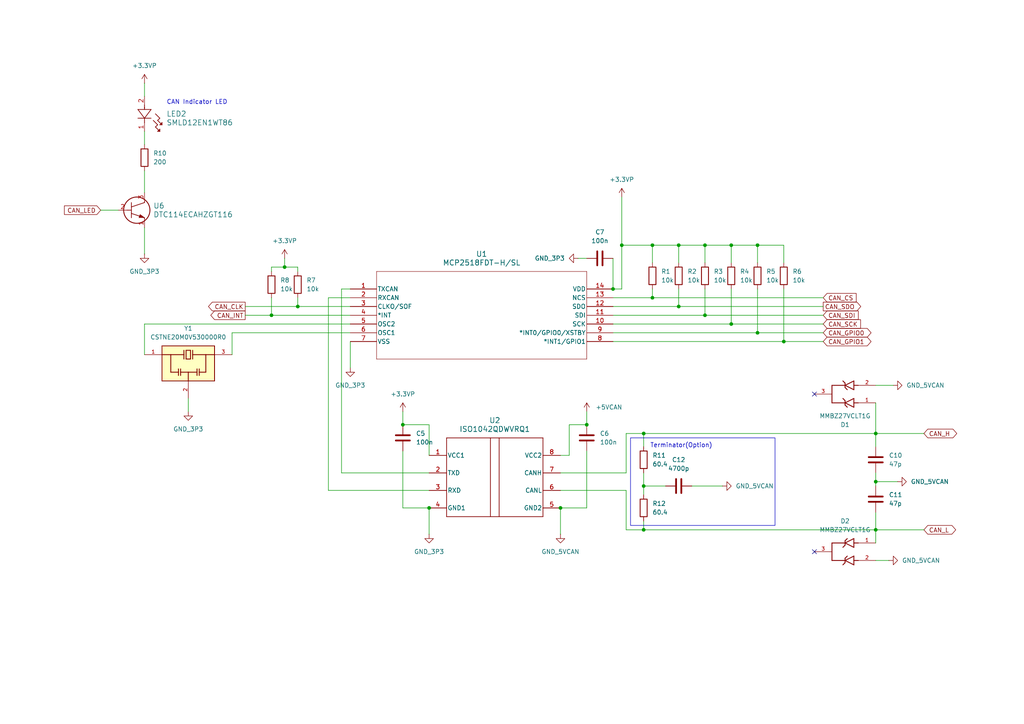
<source format=kicad_sch>
(kicad_sch (version 20250114) (generator "eeschema") (generator_version "9.0")
  (paper "A4")
  (title_block (title "CAN Isolation_Power Board") (date "2025-09-09") (rev "Ver.1.0") (company "ISHI-Kai"))
  (lib_symbols
    (symbol "CSTNE20M0V530000R0:CSTNE20M0V530000R0" (pin_names (offset 1.016))
      (property "Reference" "Y" (at -7.62 6.35 0))
      (property "Value" "CSTNE20M0V530000R0" (at 1.27 -6.35 0))
      (symbol "CSTNE20M0V530000R0_0_0"
        (polyline (pts (xy -7.62 2.54) (xy -5.08 2.54)) (stroke (width 0.254)))
        (rectangle (start -7.62 -5.08) (end 7.62 5.08) (stroke (width 0.254)) (fill (type background)))
        (polyline (pts (xy -5.08 2.54) (xy -1.27 2.54)) (stroke (width 0.254)))
        (polyline (pts (xy -5.08 -2.54) (xy -5.08 2.54)) (stroke (width 0.254)))
        (polyline (pts (xy -2.8575 -1.5875) (xy -2.8575 -2.54)) (stroke (width 0.254)))
        (polyline (pts (xy -2.8575 -2.54) (xy -5.08 -2.54)) (stroke (width 0.254)))
        (polyline (pts (xy -2.8575 -2.54) (xy -2.8575 -3.4925)) (stroke (width 0.254)))
        (polyline (pts (xy -2.2225 -1.5875) (xy -2.2225 -2.54)) (stroke (width 0.254)))
        (polyline (pts (xy -2.2225 -2.54) (xy -2.2225 -3.4925)) (stroke (width 0.254)))
        (polyline (pts (xy -1.27 3.81) (xy -1.27 2.54)) (stroke (width 0.254)))
        (polyline (pts (xy -1.27 2.54) (xy -1.27 1.27)) (stroke (width 0.254)))
        (polyline (pts (xy -0.635 3.81) (xy 0.635 3.81)) (stroke (width 0.254)))
        (polyline (pts (xy -0.635 1.27) (xy -0.635 3.81)) (stroke (width 0.254)))
        (polyline (pts (xy 0 -2.54) (xy -2.2225 -2.54)) (stroke (width 0.254)))
        (polyline (pts (xy 0 -2.54) (xy 2.54 -2.54)) (stroke (width 0.254)))
        (polyline (pts (xy 0 -5.08) (xy 0 -2.54)) (stroke (width 0.254)))
        (polyline (pts (xy 0.635 3.81) (xy 0.635 1.27)) (stroke (width 0.254)))
        (polyline (pts (xy 0.635 1.27) (xy -0.635 1.27)) (stroke (width 0.254)))
        (polyline (pts (xy 1.27 3.81) (xy 1.27 2.54)) (stroke (width 0.254)))
        (polyline (pts (xy 1.27 2.54) (xy 1.27 1.27)) (stroke (width 0.254)))
        (polyline (pts (xy 1.27 2.54) (xy 5.08 2.54)) (stroke (width 0.254)))
        (polyline (pts (xy 2.54 -1.5875) (xy 2.54 -2.54)) (stroke (width 0.254)))
        (polyline (pts (xy 2.54 -2.54) (xy 2.54 -3.4925)) (stroke (width 0.254)))
        (polyline (pts (xy 3.175 -1.5875) (xy 3.175 -2.54)) (stroke (width 0.254)))
        (polyline (pts (xy 3.175 -2.54) (xy 3.175 -3.4925)) (stroke (width 0.254)))
        (polyline (pts (xy 3.175 -2.54) (xy 5.08 -2.54)) (stroke (width 0.254)))
        (polyline (pts (xy 5.08 2.54) (xy 7.62 2.54)) (stroke (width 0.254)))
        (polyline (pts (xy 5.08 -2.54) (xy 5.08 2.54)) (stroke (width 0.254)))
        (pin input line (at -12.7 2.54 0) (length 5.08) (name "~") (number "1"))
        (pin power_in line (at 0 -10.16 90) (length 5.08) (name "~") (number "2"))
        (pin output line (at 12.7 2.54 180) (length 5.08) (name "~") (number "3"))
      )
    )
    (symbol "DTC114ECAHZGT116:DTC114ECAHZGT116" (pin_names (offset 0.254))
      (property "Reference" "R13" (at 10.16 1.2701 0))
      (property "Value" "DTC114ECAHZGT116" (at 10.16 -1.2699 0))
      (symbol "DTC114ECAHZGT116_0_1"
        (polyline (pts (xy 2.54 0) (xy 3.81 0)) (stroke (width 0.2032)))
        (polyline (pts (xy 3.81 0.9398) (xy 7.62 2.2098)) (stroke (width 0.2032)))
        (polyline (pts (xy 3.81 -0.9398) (xy 7.62 -2.2098)) (stroke (width 0.2032)))
        (polyline (pts (xy 3.81 -2.2098) (xy 3.81 2.2098)) (stroke (width 0.2032)))
        (circle (center 5.3848 0) (radius 3.81) (stroke (width 0.254)))
        (polyline (pts (xy 6.0198 -2.2098) (xy 6.35 -1.27) (xy 7.62 -2.2098)) (fill (type outline)))
        (polyline (pts (xy 7.62 2.2098) (xy 7.62 2.54)) (stroke (width 0.2032)))
        (polyline (pts (xy 7.62 -2.54) (xy 7.62 -2.2098)) (stroke (width 0.2032)))
        (pin unspecified line (at 7.62 5.08 270) (length 2.54) (name "") (number "3"))
      )
      (symbol "DTC114ECAHZGT116_1_1"
        (pin unspecified line (at 0 0 0) (length 2.54) (name "") (number "2"))
        (pin unspecified line (at 7.62 -5.08 90) (length 2.54) (name "") (number "1"))
      )
    )
    (symbol "Device:C" (pin_numbers (hide yes)) (pin_names (offset 0.254))
      (property "Reference" "C" (at 0.635 2.54 0))
      (property "Value" "C" (at 0.635 -2.54 0))
      (symbol "C_0_1"
        (polyline (pts (xy -2.032 0.762) (xy 2.032 0.762)) (stroke (width 0.508)))
        (polyline (pts (xy -2.032 -0.762) (xy 2.032 -0.762)) (stroke (width 0.508)))
      )
      (symbol "C_1_1"
        (pin passive line (at 0 3.81 270) (length 2.794) (name "~") (number "1"))
        (pin passive line (at 0 -3.81 90) (length 2.794) (name "~") (number "2"))
      )
    )
    (symbol "Device:R" (pin_numbers (hide yes)) (pin_names (offset 0))
      (property "Reference" "R" (at 2.032 0 90))
      (property "Value" "R" (at 0 0 90))
      (symbol "R_0_1"
        (rectangle (start -1.016 -2.54) (end 1.016 2.54) (stroke (width 0.254)))
      )
      (symbol "R_1_1"
        (pin passive line (at 0 3.81 270) (length 1.27) (name "~") (number "1"))
        (pin passive line (at 0 -3.81 90) (length 1.27) (name "~") (number "2"))
      )
    )
    (symbol "ISO1042QDWVRQ1:ISO1042QDWVRQ1" (pin_names (offset 0.254))
      (property "Reference" "U" (at 0 2.54 0))
      (property "Value" "ISO1042QDWVRQ1" (at 0 0 0))
      (symbol "ISO1042QDWVRQ1_0_1"
        (polyline (pts (xy 5.08 5.08) (xy 5.08 -17.78)) (stroke (width 0.2032)))
        (polyline (pts (xy 5.08 -17.78) (xy 33.02 -17.78)) (stroke (width 0.2032)))
        (polyline (pts (xy 17.78 5.08) (xy 17.78 -17.78)) (stroke (width 0.2032)))
        (polyline (pts (xy 20.32 5.08) (xy 20.32 -17.78)) (stroke (width 0.2032)))
        (polyline (pts (xy 33.02 5.08) (xy 5.08 5.08)) (stroke (width 0.2032)))
        (polyline (pts (xy 33.02 -17.78) (xy 33.02 5.08)) (stroke (width 0.2032)))
        (pin power_in line (at 0 0 0) (length 5.08) (name "VCC1") (number "1"))
        (pin input line (at 0 -5.08 0) (length 5.08) (name "TXD") (number "2"))
        (pin output line (at 0 -10.16 0) (length 5.08) (name "RXD") (number "3"))
        (pin power_in line (at 0 -15.24 0) (length 5.08) (name "GND1") (number "4"))
        (pin power_in line (at 38.1 0 180) (length 5.08) (name "VCC2") (number "8"))
        (pin bidirectional line (at 38.1 -5.08 180) (length 5.08) (name "CANH") (number "7"))
        (pin bidirectional line (at 38.1 -10.16 180) (length 5.08) (name "CANL") (number "6"))
        (pin power_in line (at 38.1 -15.24 180) (length 5.08) (name "GND2") (number "5"))
      )
    )
    (symbol "MCP2518FDT_H_SL:MCP2518FDT-H_SL" (pin_names (offset 0.254))
      (property "Reference" "U" (at 38.1 10.16 0))
      (property "Value" "MCP2518FDT-H/SL" (at 38.1 7.62 0))
      (symbol "MCP2518FDT-H_SL_0_1"
        (polyline (pts (xy 7.62 5.08) (xy 7.62 -20.32)) (stroke (width 0.127)))
        (polyline (pts (xy 7.62 -20.32) (xy 68.58 -20.32)) (stroke (width 0.127)))
        (polyline (pts (xy 68.58 5.08) (xy 7.62 5.08)) (stroke (width 0.127)))
        (polyline (pts (xy 68.58 -20.32) (xy 68.58 5.08)) (stroke (width 0.127)))
        (pin output line (at 0 0 0) (length 7.62) (name "TXCAN") (number "1"))
        (pin input line (at 0 -2.54 0) (length 7.62) (name "RXCAN") (number "2"))
        (pin output line (at 0 -5.08 0) (length 7.62) (name "CLKO/SOF") (number "3"))
        (pin output line (at 0 -7.62 0) (length 7.62) (name "*INT") (number "4"))
        (pin output line (at 0 -10.16 0) (length 7.62) (name "OSC2") (number "5"))
        (pin input line (at 0 -12.7 0) (length 7.62) (name "OSC1") (number "6"))
        (pin power_out line (at 0 -15.24 0) (length 7.62) (name "VSS") (number "7"))
        (pin power_in line (at 76.2 0 180) (length 7.62) (name "VDD") (number "14"))
        (pin input line (at 76.2 -2.54 180) (length 7.62) (name "NCS") (number "13"))
        (pin output line (at 76.2 -5.08 180) (length 7.62) (name "SDO") (number "12"))
        (pin input line (at 76.2 -7.62 180) (length 7.62) (name "SDI") (number "11"))
        (pin input line (at 76.2 -10.16 180) (length 7.62) (name "SCK") (number "10"))
        (pin bidirectional line (at 76.2 -12.7 180) (length 7.62) (name "*INT0/GPIO0/XSTBY") (number "9"))
        (pin bidirectional line (at 76.2 -15.24 180) (length 7.62) (name "*INT1/GPIO1") (number "8"))
      )
    )
    (symbol "MMBZ27VCLT1G:MMBZ27VCLT1G" (pin_names (offset 1.016))
      (property "Reference" "D" (at -7.62 5.08 0))
      (property "Value" "MMBZ27VCLT1G" (at -7.62 -6.35 0))
      (symbol "MMBZ27VCLT1G_0_0"
        (polyline (pts (xy -2.54 2.54) (xy -1.27 2.54)) (stroke (width 0.254)))
        (polyline (pts (xy -2.54 -2.54) (xy -1.27 -2.54)) (stroke (width 0.254)))
        (polyline (pts (xy -1.27 3.81) (xy -1.27 2.54)) (stroke (width 0.254)))
        (polyline (pts (xy -1.27 2.54) (xy -1.27 1.27)) (stroke (width 0.254)))
        (polyline (pts (xy -1.27 1.27) (xy 1.27 2.54)) (stroke (width 0.254)))
        (polyline (pts (xy -1.27 -1.27) (xy -1.27 -2.54)) (stroke (width 0.254)))
        (polyline (pts (xy -1.27 -2.54) (xy -1.27 -3.81)) (stroke (width 0.254)))
        (polyline (pts (xy -1.27 -3.81) (xy 1.27 -2.54)) (stroke (width 0.254)))
        (polyline (pts (xy 0.635 3.81) (xy 1.27 3.175)) (stroke (width 0.254)))
        (polyline (pts (xy 0.635 -1.27) (xy 1.27 -1.905)) (stroke (width 0.254)))
        (polyline (pts (xy 1.27 3.175) (xy 1.27 2.54)) (stroke (width 0.254)))
        (polyline (pts (xy 1.27 2.54) (xy -1.27 3.81)) (stroke (width 0.254)))
        (polyline (pts (xy 1.27 2.54) (xy 1.27 1.905)) (stroke (width 0.254)))
        (polyline (pts (xy 1.27 1.905) (xy 1.905 1.27)) (stroke (width 0.254)))
        (polyline (pts (xy 1.27 -1.905) (xy 1.27 -2.54)) (stroke (width 0.254)))
        (polyline (pts (xy 1.27 -2.54) (xy -1.27 -1.27)) (stroke (width 0.254)))
        (polyline (pts (xy 1.27 -2.54) (xy 1.27 -3.175)) (stroke (width 0.254)))
        (polyline (pts (xy 1.27 -3.175) (xy 1.905 -3.81)) (stroke (width 0.254)))
        (polyline (pts (xy 5.08 2.54) (xy 1.27 2.54)) (stroke (width 0.254)))
        (polyline (pts (xy 5.08 2.54) (xy 5.08 -2.54)) (stroke (width 0.254)))
        (polyline (pts (xy 5.08 -2.54) (xy 1.27 -2.54)) (stroke (width 0.254)))
        (pin passive line (at -7.62 2.54 0) (length 5.08) (name "~") (number "1"))
        (pin passive line (at -7.62 -2.54 0) (length 5.08) (name "~") (number "2"))
        (pin passive line (at 10.16 0 180) (length 5.08) (name "~") (number "3"))
      )
    )
    (symbol "SMLD12EN1WT86:SMLD12EN1WT86" (pin_names (offset 0.254))
      (property "Reference" "R" (at 5.08 -4.445 0))
      (property "Value" "SMLD12EN1WT86" (at 5.08 -7.62 0))
      (symbol "SMLD12EN1WT86_1_1"
        (polyline (pts (xy 2.54 0) (xy 3.4798 0)) (stroke (width 0.2032)))
        (polyline (pts (xy 3.175 0) (xy 3.81 0)) (stroke (width 0.2032)))
        (polyline (pts (xy 3.81 1.905) (xy 3.81 -1.905)) (stroke (width 0.2032)))
        (polyline (pts (xy 3.81 -1.905) (xy 6.35 0)) (stroke (width 0.2032)))
        (polyline (pts (xy 5.08 3.175) (xy 6.35 4.445)) (stroke (width 0.2032)))
        (polyline (pts (xy 6.35 4.445) (xy 6.985 3.81)) (stroke (width 0.2032)))
        (polyline (pts (xy 6.35 0) (xy 3.81 1.905)) (stroke (width 0.2032)))
        (polyline (pts (xy 6.35 0) (xy 7.62 0)) (stroke (width 0.2032)))
        (polyline (pts (xy 6.35 -1.905) (xy 6.35 1.905)) (stroke (width 0.2032)))
        (polyline (pts (xy 6.985 3.81) (xy 8.255 5.08)) (stroke (width 0.2032)))
        (polyline (pts (xy 6.985 2.54) (xy 8.255 3.81)) (stroke (width 0.2032)))
        (polyline (pts (xy 7.62 5.08) (xy 8.255 4.445)) (stroke (width 0.2032)))
        (polyline (pts (xy 8.255 5.08) (xy 7.62 5.08)) (stroke (width 0.2032)))
        (polyline (pts (xy 8.255 4.445) (xy 8.255 5.08)) (stroke (width 0.2032)))
        (polyline (pts (xy 8.255 3.81) (xy 8.89 3.175)) (stroke (width 0.2032)))
        (polyline (pts (xy 8.89 3.175) (xy 10.16 4.445)) (stroke (width 0.2032)))
        (polyline (pts (xy 9.525 4.445) (xy 10.16 3.81)) (stroke (width 0.2032)))
        (polyline (pts (xy 10.16 4.445) (xy 9.525 4.445)) (stroke (width 0.2032)))
        (polyline (pts (xy 10.16 3.81) (xy 10.16 4.445)) (stroke (width 0.2032)))
        (pin unspecified line (at 0 0 0) (length 2.54) (name "") (number "2"))
        (pin unspecified line (at 10.16 0 180) (length 2.54) (name "") (number "1"))
      )
      (symbol "SMLD12EN1WT86_1_2"
        (polyline (pts (xy -5.08 8.255) (xy -5.08 7.62)) (stroke (width 0.2032)))
        (polyline (pts (xy -5.08 7.62) (xy -4.445 8.255)) (stroke (width 0.2032)))
        (polyline (pts (xy -4.445 10.16) (xy -4.445 9.525)) (stroke (width 0.2032)))
        (polyline (pts (xy -4.445 9.525) (xy -3.81 10.16)) (stroke (width 0.2032)))
        (polyline (pts (xy -4.445 8.255) (xy -5.08 8.255)) (stroke (width 0.2032)))
        (polyline (pts (xy -4.445 6.35) (xy -3.81 6.985)) (stroke (width 0.2032)))
        (polyline (pts (xy -3.81 10.16) (xy -4.445 10.16)) (stroke (width 0.2032)))
        (polyline (pts (xy -3.81 8.255) (xy -3.175 8.89)) (stroke (width 0.2032)))
        (polyline (pts (xy -3.81 6.985) (xy -5.08 8.255)) (stroke (width 0.2032)))
        (polyline (pts (xy -3.175 8.89) (xy -4.445 10.16)) (stroke (width 0.2032)))
        (polyline (pts (xy -3.175 5.08) (xy -4.445 6.35)) (stroke (width 0.2032)))
        (polyline (pts (xy -2.54 6.985) (xy -3.81 8.255)) (stroke (width 0.2032)))
        (polyline (pts (xy -1.905 3.81) (xy 1.905 3.81)) (stroke (width 0.2032)))
        (polyline (pts (xy 0 6.35) (xy -1.905 3.81)) (stroke (width 0.2032)))
        (polyline (pts (xy 0 6.35) (xy 0 7.62)) (stroke (width 0.2032)))
        (polyline (pts (xy 0 3.175) (xy 0 3.81)) (stroke (width 0.2032)))
        (polyline (pts (xy 0 2.54) (xy 0 3.4798)) (stroke (width 0.2032)))
        (polyline (pts (xy 1.905 6.35) (xy -1.905 6.35)) (stroke (width 0.2032)))
        (polyline (pts (xy 1.905 3.81) (xy 0 6.35)) (stroke (width 0.2032)))
        (pin unspecified line (at 0 10.16 270) (length 2.54) (name "") (number "1"))
        (pin unspecified line (at 0 0 90) (length 2.54) (name "") (number "2"))
      )
    )
    (symbol "power:+3.3VP" (power) (pin_numbers (hide yes)) (pin_names (offset 0) (hide yes))
      (property "Value" "+3.3VP" (at 0 3.556 0))
      (symbol "+3.3VP_0_0"
        (pin power_in line (at 0 0 90) (length 0) (name "~") (number "1"))
      )
      (symbol "+3.3VP_0_1"
        (polyline (pts (xy -0.762 1.27) (xy 0 2.54)))
        (polyline (pts (xy 0 2.54) (xy 0.762 1.27)))
        (polyline (pts (xy 0 0) (xy 0 2.54)))
      )
    )
    (symbol "power:+5C" (power) (pin_numbers (hide yes)) (pin_names (offset 0) (hide yes))
      (property "Value" "+5C" (at 0 3.556 0))
      (symbol "+5C_0_1"
        (polyline (pts (xy -0.762 1.27) (xy 0 2.54)))
        (polyline (pts (xy 0 2.54) (xy 0.762 1.27)))
        (polyline (pts (xy 0 0) (xy 0 2.54)))
      )
      (symbol "+5C_1_1"
        (pin power_in line (at 0 0 90) (length 0) (name "~") (number "1"))
      )
    )
    (symbol "power:GND1" (power) (pin_numbers (hide yes)) (pin_names (offset 0) (hide yes))
      (property "Value" "GND1" (at 0 -3.81 0))
      (symbol "GND1_0_1"
        (polyline (pts (xy 0 0) (xy 0 -1.27) (xy 1.27 -1.27) (xy 0 -2.54) (xy -1.27 -1.27) (xy 0 -1.27)))
      )
      (symbol "GND1_1_1"
        (pin power_in line (at 0 0 270) (length 0) (name "~") (number "1"))
      )
    )
    (symbol "power:GND2" (power) (pin_numbers (hide yes)) (pin_names (offset 0) (hide yes))
      (property "Value" "GND2" (at 0 -3.81 0))
      (symbol "GND2_0_1"
        (polyline (pts (xy 0 0) (xy 0 -1.27) (xy 1.27 -1.27) (xy 0 -2.54) (xy -1.27 -1.27) (xy 0 -1.27)))
      )
      (symbol "GND2_1_1"
        (pin power_in line (at 0 0 270) (length 0) (name "~") (number "1"))
      )
    )
  )
  (rectangle (start 182.88 127) (end 224.79 152.4))
  (text "CAN Indicator LED" (at 57.15 29.718 0) (effects (font (size 1.27 1.27))))
  (text "Terminator(Option)" (at 197.612 129.286 0) (effects (font (size 1.27 1.27))))
  (junction (at 189.23 71.12))
  (junction (at 116.84 123.19))
  (junction (at 86.36 88.9))
  (junction (at 254 139.7))
  (junction (at 180.34 71.12))
  (junction (at 82.55 77.47))
  (junction (at 78.74 91.44))
  (junction (at 219.71 71.12))
  (junction (at 212.09 93.98))
  (junction (at 227.33 99.06))
  (junction (at 254 153.67))
  (junction (at 189.23 86.36))
  (junction (at 186.69 153.67))
  (junction (at 196.85 71.12))
  (junction (at 124.46 147.32))
  (junction (at 177.8 83.82))
  (junction (at 219.71 96.52))
  (junction (at 196.85 88.9))
  (junction (at 186.69 125.73))
  (junction (at 204.47 91.44))
  (junction (at 204.47 71.12))
  (junction (at 162.56 147.32))
  (junction (at 212.09 71.12))
  (junction (at 254 125.73))
  (junction (at 170.18 123.19))
  (junction (at 186.69 140.97))
  (no_connect (at 236.22 160.02))
  (no_connect (at 236.22 114.3))
  (wire (pts (xy 177.8 96.52) (xy 219.71 96.52)))
  (wire (pts (xy 177.8 91.44) (xy 204.47 91.44)))
  (wire (pts (xy 116.84 123.19) (xy 124.46 123.19)))
  (wire (pts (xy 86.36 78.74) (xy 86.36 77.47)))
  (wire (pts (xy 254 125.73) (xy 254 129.54)))
  (wire (pts (xy 71.12 88.9) (xy 86.36 88.9)))
  (wire (pts (xy 189.23 71.12) (xy 189.23 76.2)))
  (wire (pts (xy 180.34 83.82) (xy 177.8 83.82)))
  (wire (pts (xy 254 148.59) (xy 254 153.67)))
  (wire (pts (xy 254 125.73) (xy 267.97 125.73)))
  (wire (pts (xy 212.09 71.12) (xy 212.09 76.2)))
  (wire (pts (xy 196.85 83.82) (xy 196.85 88.9)))
  (wire (pts (xy 54.61 115.57) (xy 54.61 119.38)))
  (wire (pts (xy 212.09 83.82) (xy 212.09 93.98)))
  (wire (pts (xy 41.91 49.53) (xy 41.91 55.88)))
  (wire (pts (xy 180.34 57.15) (xy 180.34 71.12)))
  (wire (pts (xy 189.23 83.82) (xy 189.23 86.36)))
  (wire (pts (xy 254 162.56) (xy 257.81 162.56)))
  (wire (pts (xy 180.34 71.12) (xy 180.34 83.82)))
  (wire (pts (xy 86.36 88.9) (xy 101.6 88.9)))
  (wire (pts (xy 227.33 99.06) (xy 238.76 99.06)))
  (wire (pts (xy 41.91 102.87) (xy 41.91 93.98)))
  (wire (pts (xy 186.69 140.97) (xy 193.04 140.97)))
  (wire (pts (xy 186.69 140.97) (xy 186.69 143.51)))
  (wire (pts (xy 124.46 132.08) (xy 124.46 123.19)))
  (wire (pts (xy 181.61 153.67) (xy 181.61 142.24)))
  (wire (pts (xy 99.06 83.82) (xy 101.6 83.82)))
  (wire (pts (xy 170.18 147.32) (xy 162.56 147.32)))
  (wire (pts (xy 254 139.7) (xy 260.35 139.7)))
  (wire (pts (xy 196.85 71.12) (xy 189.23 71.12)))
  (wire (pts (xy 101.6 96.52) (xy 67.31 96.52)))
  (wire (pts (xy 165.1 123.19) (xy 170.18 123.19)))
  (wire (pts (xy 219.71 71.12) (xy 212.09 71.12)))
  (wire (pts (xy 196.85 88.9) (xy 238.76 88.9)))
  (wire (pts (xy 116.84 147.32) (xy 124.46 147.32)))
  (wire (pts (xy 170.18 130.81) (xy 170.18 147.32)))
  (wire (pts (xy 227.33 83.82) (xy 227.33 99.06)))
  (wire (pts (xy 181.61 125.73) (xy 186.69 125.73)))
  (wire (pts (xy 177.8 86.36) (xy 189.23 86.36)))
  (wire (pts (xy 82.55 77.47) (xy 78.74 77.47)))
  (wire (pts (xy 78.74 91.44) (xy 101.6 91.44)))
  (wire (pts (xy 41.91 66.04) (xy 41.91 73.66)))
  (wire (pts (xy 67.31 96.52) (xy 67.31 102.87)))
  (wire (pts (xy 186.69 125.73) (xy 254 125.73)))
  (wire (pts (xy 71.12 91.44) (xy 78.74 91.44)))
  (wire (pts (xy 212.09 93.98) (xy 238.76 93.98)))
  (wire (pts (xy 116.84 119.38) (xy 116.84 123.19)))
  (wire (pts (xy 204.47 71.12) (xy 196.85 71.12)))
  (wire (pts (xy 41.91 93.98) (xy 101.6 93.98)))
  (wire (pts (xy 101.6 99.06) (xy 101.6 106.68)))
  (wire (pts (xy 254 116.84) (xy 254 125.73)))
  (wire (pts (xy 162.56 137.16) (xy 181.61 137.16)))
  (wire (pts (xy 99.06 137.16) (xy 99.06 83.82)))
  (wire (pts (xy 254 153.67) (xy 267.97 153.67)))
  (wire (pts (xy 204.47 83.82) (xy 204.47 91.44)))
  (wire (pts (xy 181.61 125.73) (xy 181.61 137.16)))
  (wire (pts (xy 177.8 74.93) (xy 177.8 83.82)))
  (wire (pts (xy 254 139.7) (xy 254 140.97)))
  (wire (pts (xy 170.18 119.38) (xy 170.18 123.19)))
  (wire (pts (xy 219.71 83.82) (xy 219.71 96.52)))
  (wire (pts (xy 177.8 88.9) (xy 196.85 88.9)))
  (wire (pts (xy 165.1 132.08) (xy 165.1 123.19)))
  (wire (pts (xy 189.23 86.36) (xy 238.76 86.36)))
  (wire (pts (xy 254 111.76) (xy 259.08 111.76)))
  (wire (pts (xy 204.47 91.44) (xy 238.76 91.44)))
  (wire (pts (xy 29.21 60.96) (xy 34.29 60.96)))
  (wire (pts (xy 86.36 77.47) (xy 82.55 77.47)))
  (wire (pts (xy 219.71 71.12) (xy 219.71 76.2)))
  (wire (pts (xy 95.25 86.36) (xy 95.25 142.24)))
  (wire (pts (xy 177.8 93.98) (xy 212.09 93.98)))
  (wire (pts (xy 167.64 74.93) (xy 170.18 74.93)))
  (wire (pts (xy 116.84 130.81) (xy 116.84 147.32)))
  (wire (pts (xy 186.69 153.67) (xy 254 153.67)))
  (wire (pts (xy 254 137.16) (xy 254 139.7)))
  (wire (pts (xy 204.47 71.12) (xy 204.47 76.2)))
  (wire (pts (xy 162.56 147.32) (xy 162.56 154.94)))
  (wire (pts (xy 41.91 24.13) (xy 41.91 27.94)))
  (wire (pts (xy 86.36 86.36) (xy 86.36 88.9)))
  (wire (pts (xy 162.56 142.24) (xy 181.61 142.24)))
  (wire (pts (xy 212.09 71.12) (xy 204.47 71.12)))
  (wire (pts (xy 162.56 132.08) (xy 165.1 132.08)))
  (wire (pts (xy 101.6 86.36) (xy 95.25 86.36)))
  (wire (pts (xy 41.91 38.1) (xy 41.91 41.91)))
  (wire (pts (xy 124.46 137.16) (xy 99.06 137.16)))
  (wire (pts (xy 181.61 153.67) (xy 186.69 153.67)))
  (wire (pts (xy 254 153.67) (xy 254 157.48)))
  (wire (pts (xy 186.69 137.16) (xy 186.69 140.97)))
  (wire (pts (xy 196.85 71.12) (xy 196.85 76.2)))
  (wire (pts (xy 186.69 151.13) (xy 186.69 153.67)))
  (wire (pts (xy 95.25 142.24) (xy 124.46 142.24)))
  (wire (pts (xy 78.74 77.47) (xy 78.74 78.74)))
  (wire (pts (xy 186.69 125.73) (xy 186.69 129.54)))
  (wire (pts (xy 219.71 96.52) (xy 238.76 96.52)))
  (wire (pts (xy 189.23 71.12) (xy 180.34 71.12)))
  (wire (pts (xy 200.66 140.97) (xy 209.55 140.97)))
  (wire (pts (xy 124.46 147.32) (xy 124.46 154.94)))
  (wire (pts (xy 177.8 99.06) (xy 227.33 99.06)))
  (wire (pts (xy 227.33 76.2) (xy 227.33 71.12)))
  (wire (pts (xy 78.74 86.36) (xy 78.74 91.44)))
  (wire (pts (xy 82.55 74.93) (xy 82.55 77.47)))
  (wire (pts (xy 227.33 71.12) (xy 219.71 71.12)))
  (global_label "CAN_H" (shape bidirectional) (at 267.97 125.73 0) (property "Intersheetrefs" "${INTERSHEET_REFS}" (effects (hide yes))))
  (global_label "CAN_L" (shape bidirectional) (at 267.97 153.67 0) (property "Intersheetrefs" "${INTERSHEET_REFS}" (effects (hide yes))))
  (global_label "CAN_INT" (shape output) (at 71.12 91.44 180) (property "Intersheetrefs" "${INTERSHEET_REFS}" (effects (hide yes))))
  (global_label "CAN_CLK" (shape output) (at 71.12 88.9 180) (property "Intersheetrefs" "${INTERSHEET_REFS}" (effects (hide yes))))
  (global_label "CAN_GPIO1" (shape bidirectional) (at 238.76 99.06 0) (property "Intersheetrefs" "${INTERSHEET_REFS}" (effects (hide yes))))
  (global_label "CAN_GPIO0" (shape bidirectional) (at 238.76 96.52 0) (property "Intersheetrefs" "${INTERSHEET_REFS}" (effects (hide yes))))
  (global_label "CAN_SDI" (shape input) (at 238.76 91.44 0) (property "Intersheetrefs" "${INTERSHEET_REFS}" (effects (hide yes))))
  (global_label "CAN_SCK" (shape input) (at 238.76 93.98 0) (property "Intersheetrefs" "${INTERSHEET_REFS}" (effects (hide yes))))
  (global_label "CAN_SDO" (shape output) (at 238.76 88.9 0) (property "Intersheetrefs" "${INTERSHEET_REFS}" (effects (hide yes))))
  (global_label "CAN_CS" (shape input) (at 238.76 86.36 0) (property "Intersheetrefs" "${INTERSHEET_REFS}" (effects (hide yes))))
  (global_label "CAN_LED" (shape input) (at 29.21 60.96 180) (property "Intersheetrefs" "${INTERSHEET_REFS}" (effects (hide yes))))
  (symbol (lib_id "power:GND1") (at 54.61 119.38 0) (unit 1)
    (property "Reference" "#PWR014" (effects (hide yes)))
    (property "Value" "GND_3P3" (at 54.61 124.46 0))
    (property "Description" "Power symbol creates a global label with name \"GND1\" , ground" (effects (hide yes)))
  )
  (symbol (lib_id "Device:R") (at 212.09 80.01 0) (unit 1)
    (property "Reference" "R4" (at 214.63 78.7399 0) (effects (justify left)))
    (property "Value" "10k" (at 214.63 81.2799 0) (effects (justify left)))
    (property "Footprint" "Resistor_SMD:R_0603_1608Metric" (effects (hide yes)))
    (property "Description" "Resistor" (effects (hide yes)))
  )
  (symbol (lib_id "power:GND1") (at 41.91 73.66 0) (unit 1)
    (property "Reference" "#PWR017" (effects (hide yes)))
    (property "Value" "GND_3P3" (at 41.91 78.74 0))
    (property "Description" "Power symbol creates a global label with name \"GND1\" , ground" (effects (hide yes)))
  )
  (symbol (lib_id "Device:R") (at 78.74 82.55 0) (unit 1)
    (property "Reference" "R8" (at 81.28 81.2799 0) (effects (justify left)))
    (property "Value" "10k" (at 81.28 83.8199 0) (effects (justify left)))
    (property "Footprint" "Resistor_SMD:R_0603_1608Metric" (effects (hide yes)))
    (property "Description" "Resistor" (effects (hide yes)))
  )
  (symbol (lib_id "Device:R") (at 219.71 80.01 0) (unit 1)
    (property "Reference" "R5" (at 222.25 78.7399 0) (effects (justify left)))
    (property "Value" "10k" (at 222.25 81.2799 0) (effects (justify left)))
    (property "Footprint" "Resistor_SMD:R_0603_1608Metric" (effects (hide yes)))
    (property "Description" "Resistor" (effects (hide yes)))
  )
  (symbol (lib_id "Device:R") (at 186.69 133.35 0) (unit 1)
    (property "Reference" "R11" (at 189.23 132.0799 0) (effects (justify left)))
    (property "Value" "60.4" (at 189.23 134.6199 0) (effects (justify left)))
    (property "Footprint" "Resistor_THT:R_Axial_DIN0207_L6.3mm_D2.5mm_P7.62mm_Horizontal" (effects (hide yes)))
    (property "Description" "Resistor" (effects (hide yes)))
  )
  (symbol (lib_id "MMBZ27VCLT1G:MMBZ27VCLT1G") (at 246.38 114.3 180) (unit 1)
    (property "Reference" "D1" (at 245.11 123.19 0))
    (property "Value" "MMBZ27VCLT1G" (at 245.11 120.65 0))
    (property "Footprint" "CAN_Isolation:SOT95P237X111-3N" (effects (hide yes)))
    (property "PARTREV" "17" (effects (hide yes)))
    (property "STANDARD" "IPC-7351B" (effects (hide yes)))
    (property "MAXIMUM_PACKAGE_HEIGHT" "1.11mm" (effects (hide yes)))
    (property "MANUFACTURER" "ON Semiconductor" (effects (hide yes)))
  )
  (symbol (lib_id "power:GND1") (at 167.64 74.93 270) (mirror x) (unit 1)
    (property "Reference" "#PWR013" (effects (hide yes)))
    (property "Value" "GND_3P3" (at 163.83 74.9299 90) (effects (justify right)))
    (property "Description" "Power symbol creates a global label with name \"GND1\" , ground" (effects (hide yes)))
  )
  (symbol (lib_id "power:GND2") (at 162.56 154.94 0) (unit 1)
    (property "Reference" "#PWR010" (effects (hide yes)))
    (property "Value" "GND_5VCAN" (at 162.56 160.02 0))
    (property "Description" "Power symbol creates a global label with name \"GND2\" , ground" (effects (hide yes)))
  )
  (symbol (lib_id "power:GND2") (at 259.08 111.76 90) (unit 1)
    (property "Reference" "#PWR022" (effects (hide yes)))
    (property "Value" "GND_5VCAN" (at 262.89 111.7599 90) (effects (justify right)))
    (property "Description" "Power symbol creates a global label with name \"GND2\" , ground" (effects (hide yes)))
  )
  (symbol (lib_id "power:GND2") (at 260.35 139.7 90) (unit 1)
    (property "Reference" "#PWR024" (effects (hide yes)))
    (property "Value" "GND_5VCAN" (at 264.16 139.6999 90) (effects (justify right)))
    (property "Description" "Power symbol creates a global label with name \"GND2\" , ground" (effects (hide yes)))
  )
  (symbol (lib_id "power:+3.3VP") (at 116.84 119.38 0) (unit 1)
    (property "Reference" "#PWR02" (effects (hide yes)))
    (property "Value" "+3.3VP" (at 116.84 114.3 0))
    (property "Description" "Power symbol creates a global label with name \"+3.3VP\"" (effects (hide yes)))
  )
  (symbol (lib_id "Device:C") (at 254 144.78 0) (unit 1)
    (property "Reference" "C11" (at 257.81 143.5099 0) (effects (justify left)))
    (property "Value" "47p" (at 257.81 146.0499 0) (effects (justify left)))
    (property "Footprint" "Capacitor_SMD:C_0603_1608Metric" (effects (hide yes)))
    (property "Description" "Unpolarized capacitor" (effects (hide yes)))
  )
  (symbol (lib_id "Device:C") (at 173.99 74.93 90) (unit 1)
    (property "Reference" "C7" (at 173.99 67.31 90))
    (property "Value" "100n" (at 173.99 69.85 90))
    (property "Footprint" "Capacitor_SMD:C_0603_1608Metric" (effects (hide yes)))
    (property "Description" "Unpolarized capacitor" (effects (hide yes)))
  )
  (symbol (lib_id "Device:C") (at 170.18 127 0) (unit 1)
    (property "Reference" "C6" (at 173.99 125.7299 0) (effects (justify left)))
    (property "Value" "100n" (at 173.99 128.2699 0) (effects (justify left)))
    (property "Footprint" "Capacitor_SMD:C_0603_1608Metric" (effects (hide yes)))
    (property "Description" "Unpolarized capacitor" (effects (hide yes)))
  )
  (symbol (lib_id "Device:C") (at 254 133.35 0) (unit 1)
    (property "Reference" "C10" (at 257.81 132.0799 0) (effects (justify left)))
    (property "Value" "47p" (at 257.81 134.6199 0) (effects (justify left)))
    (property "Footprint" "Capacitor_SMD:C_0603_1608Metric" (effects (hide yes)))
    (property "Description" "Unpolarized capacitor" (effects (hide yes)))
  )
  (symbol (lib_id "power:GND1") (at 124.46 154.94 0) (unit 1)
    (property "Reference" "#PWR011" (effects (hide yes)))
    (property "Value" "GND_3P3" (at 124.46 160.02 0))
    (property "Description" "Power symbol creates a global label with name \"GND1\" , ground" (effects (hide yes)))
  )
  (symbol (lib_id "Device:R") (at 227.33 80.01 0) (unit 1)
    (property "Reference" "R6" (at 229.87 78.7399 0) (effects (justify left)))
    (property "Value" "10k" (at 229.87 81.2799 0) (effects (justify left)))
    (property "Footprint" "Resistor_SMD:R_0603_1608Metric" (effects (hide yes)))
    (property "Description" "Resistor" (effects (hide yes)))
  )
  (symbol (lib_id "power:+3.3VP") (at 82.55 74.93 0) (unit 1)
    (property "Reference" "#PWR015" (effects (hide yes)))
    (property "Value" "+3.3VP" (at 82.55 69.85 0))
    (property "Description" "Power symbol creates a global label with name \"+3.3VP\"" (effects (hide yes)))
  )
  (symbol (lib_id "Device:C") (at 116.84 127 0) (unit 1)
    (property "Reference" "C5" (at 120.65 125.7299 0) (effects (justify left)))
    (property "Value" "100n" (at 120.65 128.2699 0) (effects (justify left)))
    (property "Footprint" "Capacitor_SMD:C_0603_1608Metric" (effects (hide yes)))
    (property "Description" "Unpolarized capacitor" (effects (hide yes)))
  )
  (symbol (lib_id "Device:R") (at 189.23 80.01 0) (unit 1)
    (property "Reference" "R1" (at 191.77 78.7399 0) (effects (justify left)))
    (property "Value" "10k" (at 191.77 81.2799 0) (effects (justify left)))
    (property "Footprint" "Resistor_SMD:R_0603_1608Metric" (effects (hide yes)))
    (property "Description" "Resistor" (effects (hide yes)))
  )
  (symbol (lib_id "DTC114ECAHZGT116:DTC114ECAHZGT116") (at 34.29 60.96 0) (unit 1)
    (property "Reference" "U6" (at 44.45 59.6899 0) (effects (font (size 1.524 1.524)) (justify left)))
    (property "Value" "DTC114ECAHZGT116" (at 44.45 62.2299 0) (effects (font (size 1.524 1.524)) (justify left)))
    (property "Footprint" "CAN_Isolation:TRANS_DTCZCAHZGT_ROM" (effects (hide yes)))
    (property "Datasheet" "DTC114ECAHZGT116" (effects (hide yes)))
  )
  (symbol (lib_id "Device:R") (at 186.69 147.32 0) (unit 1)
    (property "Reference" "R12" (at 189.23 146.0499 0) (effects (justify left)))
    (property "Value" "60.4" (at 189.23 148.5899 0) (effects (justify left)))
    (property "Footprint" "Resistor_THT:R_Axial_DIN0207_L6.3mm_D2.5mm_P7.62mm_Horizontal" (effects (hide yes)))
    (property "Description" "Resistor" (effects (hide yes)))
  )
  (symbol (lib_id "power:GND2") (at 257.81 162.56 90) (unit 1)
    (property "Reference" "#PWR023" (effects (hide yes)))
    (property "Value" "GND_5VCAN" (at 261.62 162.5599 90) (effects (justify right)))
    (property "Description" "Power symbol creates a global label with name \"GND2\" , ground" (effects (hide yes)))
  )
  (symbol (lib_id "ISO1042QDWVRQ1:ISO1042QDWVRQ1") (at 124.46 132.08 0) (unit 1)
    (property "Reference" "U2" (at 143.51 121.92 0) (effects (font (size 1.524 1.524))))
    (property "Value" "ISO1042QDWVRQ1" (at 143.51 124.46 0) (effects (font (size 1.524 1.524))))
    (property "Footprint" "CAN_Isolation:DWV0008A-IPC_A" (effects (hide yes)))
    (property "Datasheet" "https://www.ti.com/lit/gpn/iso1042-q1" (effects (hide yes)))
  )
  (symbol (lib_id "power:GND2") (at 209.55 140.97 90) (unit 1)
    (property "Reference" "#PWR021" (effects (hide yes)))
    (property "Value" "GND_5VCAN" (at 213.36 140.9699 90) (effects (justify right)))
    (property "Description" "Power symbol creates a global label with name \"GND2\" , ground" (effects (hide yes)))
  )
  (symbol (lib_id "power:+3.3VP") (at 180.34 57.15 0) (unit 1)
    (property "Reference" "#PWR06" (effects (hide yes)))
    (property "Value" "+3.3VP" (at 180.34 52.07 0))
    (property "Description" "Power symbol creates a global label with name \"+3.3VP\"" (effects (hide yes)))
  )
  (symbol (lib_id "SMLD12EN1WT86:SMLD12EN1WT86") (at 41.91 27.94 270) (unit 1)
    (property "Reference" "LED2" (at 48.26 33.0199 90) (effects (font (size 1.524 1.524)) (justify left)))
    (property "Value" "SMLD12EN1WT86" (at 48.26 35.5599 90) (effects (font (size 1.524 1.524)) (justify left)))
    (property "Footprint" "CAN_Isolation:SMLD12EN1WT86" (effects (hide yes)))
    (property "Datasheet" "SMLD12EN1WT86" (effects (hide yes)))
  )
  (symbol (lib_id "power:+5C") (at 170.18 119.38 0) (unit 1)
    (property "Reference" "#PWR04" (effects (hide yes)))
    (property "Value" "+5VCAN" (at 172.72 118.1099 0) (effects (justify left)))
    (property "Description" "Power symbol creates a global label with name \"+5C\"" (effects (hide yes)))
  )
  (symbol (lib_id "Device:R") (at 204.47 80.01 0) (unit 1)
    (property "Reference" "R3" (at 207.01 78.7399 0) (effects (justify left)))
    (property "Value" "10k" (at 207.01 81.2799 0) (effects (justify left)))
    (property "Footprint" "Resistor_SMD:R_0603_1608Metric" (effects (hide yes)))
    (property "Description" "Resistor" (effects (hide yes)))
  )
  (symbol (lib_id "power:+3.3VP") (at 41.91 24.13 0) (unit 1)
    (property "Reference" "#PWR016" (effects (hide yes)))
    (property "Value" "+3.3VP" (at 41.91 19.05 0))
    (property "Description" "Power symbol creates a global label with name \"+3.3VP\"" (effects (hide yes)))
  )
  (symbol (lib_id "power:GND1") (at 101.6 106.68 0) (unit 1)
    (property "Reference" "#PWR012" (effects (hide yes)))
    (property "Value" "GND_3P3" (at 101.6 111.76 0))
    (property "Description" "Power symbol creates a global label with name \"GND1\" , ground" (effects (hide yes)))
  )
  (symbol (lib_id "CSTNE20M0V530000R0:CSTNE20M0V530000R0") (at 54.61 105.41 0) (unit 1)
    (property "Reference" "Y1" (at 54.61 95.25 0))
    (property "Value" "CSTNE20M0V530000R0" (at 54.61 97.79 0))
    (property "Footprint" "CAN_Isolation:OSC_CSTNE20M0V530000R0" (effects (hide yes)))
    (property "PARTREV" "JGC42-8853B" (effects (hide yes)))
    (property "MANUFACTURER" "Murata" (effects (hide yes)))
    (property "MAXIMUM_PACKAGE_HEIGHT" "1mm" (effects (hide yes)))
    (property "STANDARD" "Manufacturer Recomendations" (effects (hide yes)))
  )
  (symbol (lib_id "MMBZ27VCLT1G:MMBZ27VCLT1G") (at 246.38 160.02 0) (mirror y) (unit 1)
    (property "Reference" "D2" (at 245.11 151.13 0))
    (property "Value" "MMBZ27VCLT1G" (at 245.11 153.67 0))
    (property "Footprint" "CAN_Isolation:SOT95P237X111-3N" (effects (hide yes)))
    (property "PARTREV" "17" (effects (hide yes)))
    (property "STANDARD" "IPC-7351B" (effects (hide yes)))
    (property "MAXIMUM_PACKAGE_HEIGHT" "1.11mm" (effects (hide yes)))
    (property "MANUFACTURER" "ON Semiconductor" (effects (hide yes)))
  )
  (symbol (lib_id "Device:C") (at 196.85 140.97 90) (unit 1)
    (property "Reference" "C12" (at 196.85 133.35 90))
    (property "Value" "4700p" (at 196.85 135.89 90))
    (property "Footprint" "Capacitor_SMD:C_0603_1608Metric" (effects (hide yes)))
    (property "Description" "Unpolarized capacitor" (effects (hide yes)))
  )
  (symbol (lib_id "MCP2518FDT_H_SL:MCP2518FDT-H_SL") (at 101.6 83.82 0) (unit 1)
    (property "Reference" "U1" (at 139.7 73.66 0) (effects (font (size 1.524 1.524))))
    (property "Value" "MCP2518FDT-H/SL" (at 139.7 76.2 0) (effects (font (size 1.524 1.524))))
    (property "Footprint" "CAN_Isolation:SOIC14_150MIL_SL_MCH" (effects (hide yes)))
    (property "Datasheet" "MCP2518FDT-H/SL" (effects (hide yes)))
  )
  (symbol (lib_id "Device:R") (at 86.36 82.55 0) (unit 1)
    (property "Reference" "R7" (at 88.9 81.2799 0) (effects (justify left)))
    (property "Value" "10k" (at 88.9 83.8199 0) (effects (justify left)))
    (property "Footprint" "Resistor_SMD:R_0603_1608Metric" (effects (hide yes)))
    (property "Description" "Resistor" (effects (hide yes)))
  )
  (symbol (lib_id "Device:R") (at 196.85 80.01 0) (unit 1)
    (property "Reference" "R2" (at 199.39 78.7399 0) (effects (justify left)))
    (property "Value" "10k" (at 199.39 81.2799 0) (effects (justify left)))
    (property "Footprint" "Resistor_SMD:R_0603_1608Metric" (effects (hide yes)))
    (property "Description" "Resistor" (effects (hide yes)))
  )
  (symbol (lib_id "Device:R") (at 41.91 45.72 0) (unit 1)
    (property "Reference" "R10" (at 44.45 44.4499 0) (effects (justify left)))
    (property "Value" "200" (at 44.45 46.9899 0) (effects (justify left)))
    (property "Footprint" "Resistor_SMD:R_0603_1608Metric" (effects (hide yes)))
    (property "Description" "Resistor" (effects (hide yes)))
  )
)
</source>
